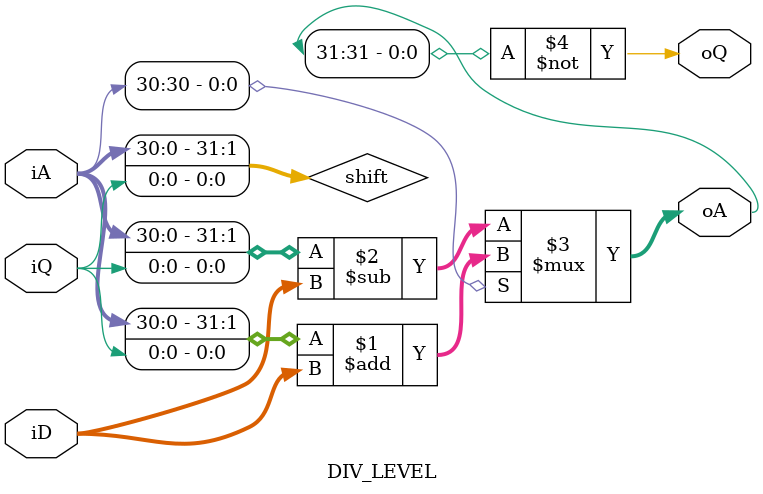
<source format=v>
module DIV32(
    iQ, iD,
    oQ, oR
);

input wire [31:0] iQ, iD;
output wire [31:0] oQ, oR;

wire [31:0] Q;
wire [31:0] A[31:0];

// Initialize the first partial remainder as 0
assign A[0] = 32'd0;

// Create 31 divisor levels
generate
    genvar i;
    for(i = 0; i < 31; i = i + 1) begin
        DIV_LEVEL divlvl (
            .iA(A[i]),
            .iQ(iQ[31-i]),
            .iD(iD),
            .oA(A[i+1]),
            .oQ(Q[31-i])
        );
    end
endgenerate

// Final divisor Level
wire [31:0] shift, X;

assign shift = {A[31][30:0], iQ[0]};
assign X = shift[31] ? shift + iD : shift - iD;
assign Q[0] = ~X[31];

// Remainder and output assignments
assign oR = X[31] ? X + iD : X;
assign oQ = Q;

endmodule

module DIV_LEVEL(
    iA, iQ, iD,
    oA, oQ
);

input wire [31:0] iA, iD;
input wire iQ;
output wire [31:0] oA;
output wire oQ;

wire [31:0] shift;

// Shift in the next bit of the quotient
assign shift = {iA[30:0], iQ};
// Add or subtract the divisor
assign oA = shift[31] ? shift + iD : shift - iD;
// Output 1 to result if the add/sub result was positive
assign oQ = ~oA[31];

endmodule
</source>
